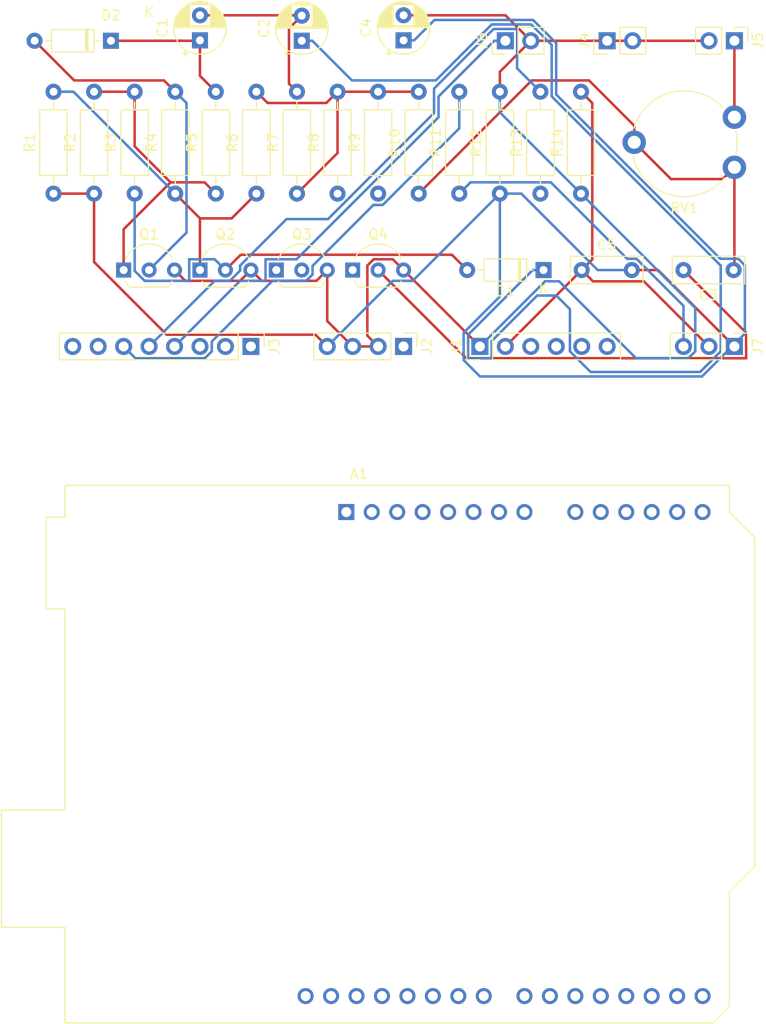
<source format=kicad_pcb>
(kicad_pcb (version 20221018) (generator pcbnew)
  (layers (0 "F.Cu" signal) (31 "B.Cu" signal) (34 "B.Paste" user) (35 "F.Paste" user) (36 "B.SilkS" user "B.Silkscreen") (37 "F.SilkS" user "F.Silkscreen") (38 "B.Mask" user) (39 "F.Mask" user) (44 "Edge.Cuts" user))
  (net 0 "")
  (net 1 "Net-(D2-K)")
  (net 2 "Net-(Q3-C)")
  (net 3 "Net-(D1-K)")
  (net 4 "Net-(C3-Pad1)")
  (net 5 "Net-(Q4-B)")
  (net 6 "VCC")
  (net 7 "GND")
  (net 8 "Net-(J1-Pin_2)")
  (net 9 "Net-(D1-A)")
  (net 10 "Net-(D2-A)")
  (net 11 "Micro")
  (net 12 "Taste")
  (net 13 "Net-(Q2-C)")
  (net 14 "Net-(Q1-C)")
  (net 15 "Net-(Q3-B)")
  (net 16 "Net-(Q4-C)")
  (net 17 "Net-(J7-Pin_3)")
  (net 18 "Net-(J3-Pin_6)")
  (net 19 "DI6")
  (footprint "Potentiometer_THT:Potentiometer_Piher_PT-10-V10_Vertical_Hole" (layer "F.Cu") (at 154.94 73.66 180)
    (fp_text reference "RV1" (at 5 -9.05) (layer "F.SilkS"))
    (fp_text value "10k")
    (pad "" np_thru_hole circle (at 5 -2.65 180) (size 4 4) (drill 4) (layers "*.Cu" "*.Mask"))
    (pad "1" thru_hole circle (at 0 0 180) (size 2.34 2.34) (drill 1.3) (layers "*.Cu" "*.Mask") (net 11 "Micro"))
    (pad "2" thru_hole circle (at 10 -2.5 180) (size 2.34 2.34) (drill 1.3) (layers "*.Cu" "*.Mask") (net 4 "Net-(C3-Pad1)"))
    (pad "3" thru_hole circle (at 0 -5 180) (size 2.34 2.34) (drill 1.3) (layers "*.Cu" "*.Mask") (net 4 "Net-(C3-Pad1)"))
  )
  (footprint "Resistor_THT:R_Axial_DIN0207_L6.3mm_D2.5mm_P10.16mm_Horizontal" (layer "F.Cu") (at 86.98 81.28 90)
    (fp_text reference "R1" (at 5.08 -2.37 90) (layer "F.SilkS"))
    (fp_text value "1k")
    (pad "1" thru_hole circle (at 0 0 90) (size 1.6 1.6) (drill 0.8) (layers "*.Cu" "*.Mask") (net 6 "VCC"))
    (pad "2" thru_hole oval (at 10.16 0 90) (size 1.6 1.6) (drill 0.8) (layers "*.Cu" "*.Mask") (net 13 "Net-(Q2-C)"))
  )
  (footprint "Resistor_THT:R_Axial_DIN0207_L6.3mm_D2.5mm_P10.16mm_Horizontal" (layer "F.Cu") (at 127.48 81.28 90)
    (fp_text reference "R11" (at 5.08 -2.37 90) (layer "F.SilkS"))
    (fp_text value "470")
    (pad "1" thru_hole circle (at 0 0 90) (size 1.6 1.6) (drill 0.8) (layers "*.Cu" "*.Mask") (net 17 "Net-(J7-Pin_3)"))
    (pad "2" thru_hole oval (at 10.16 0 90) (size 1.6 1.6) (drill 0.8) (layers "*.Cu" "*.Mask") (net 18 "Net-(J3-Pin_6)"))
  )
  (footprint "Resistor_THT:R_Axial_DIN0207_L6.3mm_D2.5mm_P10.16mm_Horizontal" (layer "F.Cu") (at 135.58 81.28 90)
    (fp_text reference "R13" (at 5.08 -2.37 90) (layer "F.SilkS"))
    (fp_text value "470")
    (pad "1" thru_hole circle (at 0 0 90) (size 1.6 1.6) (drill 0.8) (layers "*.Cu" "*.Mask") (net 14 "Net-(Q1-C)"))
    (pad "2" thru_hole oval (at 10.16 0 90) (size 1.6 1.6) (drill 0.8) (layers "*.Cu" "*.Mask") (net 19 "DI6"))
  )
  (footprint "Resistor_THT:R_Axial_DIN0207_L6.3mm_D2.5mm_P10.16mm_Horizontal" (layer "F.Cu") (at 103.18 81.28 90)
    (fp_text reference "R5" (at 5.08 -2.37 90) (layer "F.SilkS"))
    (fp_text value "1k")
    (pad "1" thru_hole circle (at 0 0 90) (size 1.6 1.6) (drill 0.8) (layers "*.Cu" "*.Mask") (net 14 "Net-(Q1-C)"))
    (pad "2" thru_hole oval (at 10.16 0 90) (size 1.6 1.6) (drill 0.8) (layers "*.Cu" "*.Mask") (net 1 "Net-(D2-K)"))
  )
  (footprint "Connector_PinHeader_2.54mm:PinHeader_1x03_P2.54mm_Vertical" (layer "F.Cu") (at 154.94 96.52 -90)
    (fp_text reference "J7" (at 0 -2.33 90) (layer "F.SilkS"))
    (fp_text value "03")
    (pad "1" thru_hole rect (at 0 0 270) (size 1.7 1.7) (drill 1) (layers "*.Cu" "*.Mask") (net 6 "VCC"))
    (pad "2" thru_hole oval (at 0 2.54 270) (size 1.7 1.7) (drill 1) (layers "*.Cu" "*.Mask") (net 8 "Net-(J1-Pin_2)"))
    (pad "3" thru_hole oval (at 0 5.08 270) (size 1.7 1.7) (drill 1) (layers "*.Cu" "*.Mask") (net 17 "Net-(J7-Pin_3)"))
  )
  (footprint "Diode_THT:D_DO-35_SOD27_P7.62mm_Horizontal" (layer "F.Cu") (at 135.89 88.9 180)
    (fp_text reference "D1" (at 3.81 -2.12) (layer "F.SilkS"))
    (fp_text value "1N4148")
    (fp_text user "K" (at 0 -1.8) (layer "F.SilkS"))
    (pad "1" thru_hole rect (at 0 0 180) (size 1.6 1.6) (drill 0.8) (layers "*.Cu" "*.Mask") (net 3 "Net-(D1-K)"))
    (pad "2" thru_hole oval (at 7.62 0 180) (size 1.6 1.6) (drill 0.8) (layers "*.Cu" "*.Mask") (net 9 "Net-(D1-A)"))
  )
  (footprint "Resistor_THT:R_Axial_DIN0207_L6.3mm_D2.5mm_P10.16mm_Horizontal" (layer "F.Cu") (at 91.03 81.28 90)
    (fp_text reference "R2" (at 5.08 -2.37 90) (layer "F.SilkS"))
    (fp_text value "1k")
    (pad "1" thru_hole circle (at 0 0 90) (size 1.6 1.6) (drill 0.8) (layers "*.Cu" "*.Mask") (net 6 "VCC"))
    (pad "2" thru_hole oval (at 10.16 0 90) (size 1.6 1.6) (drill 0.8) (layers "*.Cu" "*.Mask") (net 14 "Net-(Q1-C)"))
  )
  (footprint "Package_TO_SOT_THT:TO-92L_Inline_Wide" (layer "F.Cu") (at 93.98 88.9)
    (fp_text reference "Q1" (at 2.54 -3.56) (layer "F.SilkS"))
    (fp_text value "BC547")
    (pad "1" thru_hole rect (at 0 0) (size 1.5 1.5) (drill 0.8) (layers "*.Cu" "*.Mask") (net 14 "Net-(Q1-C)"))
    (pad "2" thru_hole circle (at 2.54 0) (size 1.5 1.5) (drill 0.8) (layers "*.Cu" "*.Mask") (net 10 "Net-(D2-A)"))
    (pad "3" thru_hole circle (at 5.08 0) (size 1.5 1.5) (drill 0.8) (layers "*.Cu" "*.Mask") (net 7 "GND"))
  )
  (footprint "Capacitor_THT:CP_Radial_D5.0mm_P2.50mm" (layer "F.Cu") (at 101.6 66 90)
    (fp_text reference "C1" (at 1.25 -3.75 90) (layer "F.SilkS"))
    (fp_text value "47μF")
    (pad "1" thru_hole rect (at 0 0 90) (size 1.6 1.6) (drill 0.8) (layers "*.Cu" "*.Mask") (net 1 "Net-(D2-K)"))
    (pad "2" thru_hole circle (at 2.5 0 90) (size 1.6 1.6) (drill 0.8) (layers "*.Cu" "*.Mask") (net 2 "Net-(Q3-C)"))
  )
  (footprint "Package_TO_SOT_THT:TO-92L_Inline_Wide" (layer "F.Cu") (at 109.22 88.9)
    (fp_text reference "Q3" (at 2.54 -3.56) (layer "F.SilkS"))
    (fp_text value "BC547")
    (pad "1" thru_hole rect (at 0 0) (size 1.5 1.5) (drill 0.8) (layers "*.Cu" "*.Mask") (net 2 "Net-(Q3-C)"))
    (pad "2" thru_hole circle (at 2.54 0) (size 1.5 1.5) (drill 0.8) (layers "*.Cu" "*.Mask") (net 15 "Net-(Q3-B)"))
    (pad "3" thru_hole circle (at 5.08 0) (size 1.5 1.5) (drill 0.8) (layers "*.Cu" "*.Mask") (net 7 "GND"))
  )
  (footprint "Connector_PinHeader_2.54mm:PinHeader_1x02_P2.54mm_Vertical" (layer "F.Cu") (at 154.94 66.04 -90)
    (fp_text reference "J5" (at 0 -2.33 90) (layer "F.SilkS"))
    (fp_text value "Micro")
    (pad "1" thru_hole rect (at 0 0 270) (size 1.7 1.7) (drill 1) (layers "*.Cu" "*.Mask") (net 11 "Micro"))
    (pad "2" thru_hole oval (at 0 2.54 270) (size 1.7 1.7) (drill 1) (layers "*.Cu" "*.Mask") (net 7 "GND"))
  )
  (footprint "Resistor_THT:R_Axial_DIN0207_L6.3mm_D2.5mm_P10.16mm_Horizontal" (layer "F.Cu") (at 139.63 81.28 90)
    (fp_text reference "R14" (at 5.08 -2.37 90) (layer "F.SilkS"))
    (fp_text value "0,22")
    (pad "1" thru_hole circle (at 0 0 90) (size 1.6 1.6) (drill 0.8) (layers "*.Cu" "*.Mask") (net 7 "GND"))
    (pad "2" thru_hole oval (at 10.16 0 90) (size 1.6 1.6) (drill 0.8) (layers "*.Cu" "*.Mask") (net 8 "Net-(J1-Pin_2)"))
  )
  (footprint "Diode_THT:D_DO-35_SOD27_P7.62mm_Horizontal" (layer "F.Cu") (at 92.71 66.04 180)
    (fp_text reference "D2" (at 0 2.54) (layer "F.SilkS"))
    (fp_text value "1N4148")
    (fp_text user "K" (at -3.81 2.86) (layer "F.SilkS"))
    (pad "1" thru_hole rect (at 0 0 180) (size 1.6 1.6) (drill 0.8) (layers "*.Cu" "*.Mask") (net 1 "Net-(D2-K)"))
    (pad "2" thru_hole oval (at 7.62 0 180) (size 1.6 1.6) (drill 0.8) (layers "*.Cu" "*.Mask") (net 10 "Net-(D2-A)"))
  )
  (footprint "Connector_PinHeader_2.54mm:PinHeader_1x08_P2.54mm_Vertical" (layer "F.Cu") (at 106.68 96.52 -90)
    (fp_text reference "J3" (at 0 -2.33 90) (layer "F.SilkS"))
    (fp_text value "DIGITAL")
    (pad "1" thru_hole rect (at 0 0 270) (size 1.7 1.7) (drill 1) (layers "*.Cu" "*.Mask"))
    (pad "2" thru_hole oval (at 0 2.54 270) (size 1.7 1.7) (drill 1) (layers "*.Cu" "*.Mask"))
    (pad "3" thru_hole oval (at 0 5.08 270) (size 1.7 1.7) (drill 1) (layers "*.Cu" "*.Mask"))
    (pad "4" thru_hole oval (at 0 7.62 270) (size 1.7 1.7) (drill 1) (layers "*.Cu" "*.Mask") (net 12 "Taste"))
    (pad "5" thru_hole oval (at 0 10.16 270) (size 1.7 1.7) (drill 1) (layers "*.Cu" "*.Mask") (net 19 "DI6"))
    (pad "6" thru_hole oval (at 0 12.7 270) (size 1.7 1.7) (drill 1) (layers "*.Cu" "*.Mask") (net 18 "Net-(J3-Pin_6)"))
    (pad "7" thru_hole oval (at 0 15.24 270) (size 1.7 1.7) (drill 1) (layers "*.Cu" "*.Mask"))
    (pad "8" thru_hole oval (at 0 17.78 270) (size 1.7 1.7) (drill 1) (layers "*.Cu" "*.Mask"))
  )
  (footprint "Connector_PinHeader_2.54mm:PinHeader_1x02_P2.54mm_Vertical" (layer "F.Cu") (at 142.24 66.04 90)
    (fp_text reference "J4" (at 0 -2.33 90) (layer "F.SilkS"))
    (fp_text value "LDR")
    (pad "1" thru_hole rect (at 0 0 90) (size 1.7 1.7) (drill 1) (layers "*.Cu" "*.Mask") (net 7 "GND"))
    (pad "2" thru_hole oval (at 0 2.54 90) (size 1.7 1.7) (drill 1) (layers "*.Cu" "*.Mask") (net 7 "GND"))
  )
  (footprint "Package_TO_SOT_THT:TO-92L_Inline_Wide" (layer "F.Cu") (at 116.84 88.9)
    (fp_text reference "Q4" (at 2.54 -3.56) (layer "F.SilkS"))
    (fp_text value "BC547")
    (pad "1" thru_hole rect (at 0 0) (size 1.5 1.5) (drill 0.8) (layers "*.Cu" "*.Mask") (net 16 "Net-(Q4-C)"))
    (pad "2" thru_hole circle (at 2.54 0) (size 1.5 1.5) (drill 0.8) (layers "*.Cu" "*.Mask") (net 5 "Net-(Q4-B)"))
    (pad "3" thru_hole circle (at 5.08 0) (size 1.5 1.5) (drill 0.8) (layers "*.Cu" "*.Mask") (net 7 "GND"))
  )
  (footprint "Connector_PinHeader_2.54mm:PinHeader_1x04_P2.54mm_Vertical" (layer "F.Cu") (at 121.92 96.52 -90)
    (fp_text reference "J2" (at 0 -2.33 90) (layer "F.SilkS"))
    (fp_text value "Power")
    (pad "1" thru_hole rect (at 0 0 270) (size 1.7 1.7) (drill 1) (layers "*.Cu" "*.Mask"))
    (pad "2" thru_hole oval (at 0 2.54 270) (size 1.7 1.7) (drill 1) (layers "*.Cu" "*.Mask") (net 7 "GND"))
    (pad "3" thru_hole oval (at 0 5.08 270) (size 1.7 1.7) (drill 1) (layers "*.Cu" "*.Mask") (net 7 "GND"))
    (pad "4" thru_hole oval (at 0 7.62 270) (size 1.7 1.7) (drill 1) (layers "*.Cu" "*.Mask") (net 6 "VCC"))
  )
  (footprint "Connector_PinHeader_2.54mm:PinHeader_1x06_P2.54mm_Vertical" (layer "F.Cu") (at 129.54 96.52 90)
    (fp_text reference "J1" (at 0 -2.33 90) (layer "F.SilkS"))
    (fp_text value "Analog IN")
    (pad "1" thru_hole rect (at 0 0 90) (size 1.7 1.7) (drill 1) (layers "*.Cu" "*.Mask") (net 7 "GND"))
    (pad "2" thru_hole oval (at 0 2.54 90) (size 1.7 1.7) (drill 1) (layers "*.Cu" "*.Mask") (net 8 "Net-(J1-Pin_2)"))
    (pad "3" thru_hole oval (at 0 5.08 90) (size 1.7 1.7) (drill 1) (layers "*.Cu" "*.Mask"))
    (pad "4" thru_hole oval (at 0 7.62 90) (size 1.7 1.7) (drill 1) (layers "*.Cu" "*.Mask"))
    (pad "5" thru_hole oval (at 0 10.16 90) (size 1.7 1.7) (drill 1) (layers "*.Cu" "*.Mask"))
    (pad "6" thru_hole oval (at 0 12.7 90) (size 1.7 1.7) (drill 1) (layers "*.Cu" "*.Mask"))
  )
  (footprint "Resistor_THT:R_Axial_DIN0207_L6.3mm_D2.5mm_P10.16mm_Horizontal" (layer "F.Cu") (at 115.33 81.28 90)
    (fp_text reference "R8" (at 5.08 -2.37 90) (layer "F.SilkS"))
    (fp_text value "4k7")
    (pad "1" thru_hole circle (at 0 0 90) (size 1.6 1.6) (drill 0.8) (layers "*.Cu" "*.Mask") (net 16 "Net-(Q4-C)"))
    (pad "2" thru_hole oval (at 10.16 0 90) (size 1.6 1.6) (drill 0.8) (layers "*.Cu" "*.Mask") (net 15 "Net-(Q3-B)"))
  )
  (footprint "Capacitor_THT:C_Disc_D7.0mm_W2.5mm_P5.00mm" (layer "F.Cu") (at 154.86 88.9 180)
    (fp_text reference "C3" (at 2.5 -2.5) (layer "F.SilkS"))
    (fp_text value "100NF")
    (pad "1" thru_hole circle (at 0 0 180) (size 1.6 1.6) (drill 0.8) (layers "*.Cu" "*.Mask") (net 4 "Net-(C3-Pad1)"))
    (pad "2" thru_hole circle (at 5 0 180) (size 1.6 1.6) (drill 0.8) (layers "*.Cu" "*.Mask") (net 5 "Net-(Q4-B)"))
  )
  (footprint "Capacitor_THT:CP_Radial_D5.0mm_P2.50mm" (layer "F.Cu") (at 121.92 66 90)
    (fp_text reference "C4" (at 1.25 -3.75 90) (layer "F.SilkS"))
    (fp_text value "47μF")
    (pad "1" thru_hole rect (at 0 0 90) (size 1.6 1.6) (drill 0.8) (layers "*.Cu" "*.Mask") (net 6 "VCC"))
    (pad "2" thru_hole circle (at 2.5 0 90) (size 1.6 1.6) (drill 0.8) (layers "*.Cu" "*.Mask") (net 7 "GND"))
  )
  (footprint "Module:Arduino_UNO_R2" (layer "F.Cu") (at 116.205 113.03)
    (fp_text reference "A1" (at 1.27 -3.81 180) (layer "F.SilkS"))
    (fp_text value "Arduino_UNO_R2")
    (pad "1" thru_hole rect (at 0 0 90) (size 1.6 1.6) (drill 1) (layers "*.Cu" "*.Mask"))
    (pad "2" thru_hole oval (at 2.54 0 90) (size 1.6 1.6) (drill 1) (layers "*.Cu" "*.Mask"))
    (pad "3" thru_hole oval (at 5.08 0 90) (size 1.6 1.6) (drill 1) (layers "*.Cu" "*.Mask"))
    (pad "4" thru_hole oval (at 7.62 0 90) (size 1.6 1.6) (drill 1) (layers "*.Cu" "*.Mask"))
    (pad "5" thru_hole oval (at 10.16 0 90) (size 1.6 1.6) (drill 1) (layers "*.Cu" "*.Mask"))
    (pad "6" thru_hole oval (at 12.7 0 90) (size 1.6 1.6) (drill 1) (layers "*.Cu" "*.Mask"))
    (pad "7" thru_hole oval (at 15.24 0 90) (size 1.6 1.6) (drill 1) (layers "*.Cu" "*.Mask"))
    (pad "8" thru_hole oval (at 17.78 0 90) (size 1.6 1.6) (drill 1) (layers "*.Cu" "*.Mask"))
    (pad "9" thru_hole oval (at 22.86 0 90) (size 1.6 1.6) (drill 1) (layers "*.Cu" "*.Mask"))
    (pad "10" thru_hole oval (at 25.4 0 90) (size 1.6 1.6) (drill 1) (layers "*.Cu" "*.Mask"))
    (pad "11" thru_hole oval (at 27.94 0 90) (size 1.6 1.6) (drill 1) (layers "*.Cu" "*.Mask"))
    (pad "12" thru_hole oval (at 30.48 0 90) (size 1.6 1.6) (drill 1) (layers "*.Cu" "*.Mask"))
    (pad "13" thru_hole oval (at 33.02 0 90) (size 1.6 1.6) (drill 1) (layers "*.Cu" "*.Mask"))
    (pad "14" thru_hole oval (at 35.56 0 90) (size 1.6 1.6) (drill 1) (layers "*.Cu" "*.Mask"))
    (pad "15" thru_hole oval (at 35.56 48.26 90) (size 1.6 1.6) (drill 1) (layers "*.Cu" "*.Mask"))
    (pad "16" thru_hole oval (at 33.02 48.26 90) (size 1.6 1.6) (drill 1) (layers "*.Cu" "*.Mask"))
    (pad "17" thru_hole oval (at 30.48 48.26 90) (size 1.6 1.6) (drill 1) (layers "*.Cu" "*.Mask"))
    (pad "18" thru_hole oval (at 27.94 48.26 90) (size 1.6 1.6) (drill 1) (layers "*.Cu" "*.Mask"))
    (pad "19" thru_hole oval (at 25.4 48.26 90) (size 1.6 1.6) (drill 1) (layers "*.Cu" "*.Mask"))
    (pad "20" thru_hole oval (at 22.86 48.26 90) (size 1.6 1.6) (drill 1) (layers "*.Cu" "*.Mask"))
    (pad "21" thru_hole oval (at 20.32 48.26 90) (size 1.6 1.6) (drill 1) (layers "*.Cu" "*.Mask"))
    (pad "22" thru_hole oval (at 17.78 48.26 90) (size 1.6 1.6) (drill 1) (layers "*.Cu" "*.Mask"))
    (pad "23" thru_hole oval (at 13.72 48.26 90) (size 1.6 1.6) (drill 1) (layers "*.Cu" "*.Mask"))
    (pad "24" thru_hole oval (at 11.18 48.26 90) (size 1.6 1.6) (drill 1) (layers "*.Cu" "*.Mask"))
    (pad "25" thru_hole oval (at 8.64 48.26 90) (size 1.6 1.6) (drill 1) (layers "*.Cu" "*.Mask"))
    (pad "26" thru_hole oval (at 6.1 48.26 90) (size 1.6 1.6) (drill 1) (layers "*.Cu" "*.Mask"))
    (pad "27" thru_hole oval (at 3.56 48.26 90) (size 1.6 1.6) (drill 1) (layers "*.Cu" "*.Mask"))
    (pad "28" thru_hole oval (at 1.02 48.26 90) (size 1.6 1.6) (drill 1) (layers "*.Cu" "*.Mask"))
    (pad "29" thru_hole oval (at -1.52 48.26 90) (size 1.6 1.6) (drill 1) (layers "*.Cu" "*.Mask"))
    (pad "30" thru_hole oval (at -4.06 48.26 90) (size 1.6 1.6) (drill 1) (layers "*.Cu" "*.Mask"))
  )
  (footprint "Package_TO_SOT_THT:TO-92L_Inline_Wide" (layer "F.Cu") (at 101.6 88.9)
    (fp_text reference "Q2" (at 2.54 -3.56) (layer "F.SilkS"))
    (fp_text value "BC547")
    (pad "1" thru_hole rect (at 0 0) (size 1.5 1.5) (drill 0.8) (layers "*.Cu" "*.Mask") (net 13 "Net-(Q2-C)"))
    (pad "2" thru_hole circle (at 2.54 0) (size 1.5 1.5) (drill 0.8) (layers "*.Cu" "*.Mask") (net 9 "Net-(D1-A)"))
    (pad "3" thru_hole circle (at 5.08 0) (size 1.5 1.5) (drill 0.8) (layers "*.Cu" "*.Mask") (net 7 "GND"))
  )
  (footprint "Resistor_THT:R_Axial_DIN0207_L6.3mm_D2.5mm_P10.16mm_Horizontal" (layer "F.Cu") (at 99.13 81.28 90)
    (fp_text reference "R4" (at 5.08 -2.37 90) (layer "F.SilkS"))
    (fp_text value "22k")
    (pad "1" thru_hole circle (at 0 0 90) (size 1.6 1.6) (drill 0.8) (layers "*.Cu" "*.Mask") (net 13 "Net-(Q2-C)"))
    (pad "2" thru_hole oval (at 10.16 0 90) (size 1.6 1.6) (drill 0.8) (layers "*.Cu" "*.Mask") (net 10 "Net-(D2-A)"))
  )
  (footprint "Capacitor_THT:CP_Radial_D5.0mm_P2.50mm" (layer "F.Cu") (at 111.76 66.04 90)
    (fp_text reference "C2" (at 1.25 -3.75 90) (layer "F.SilkS"))
    (fp_text value "47μF")
    (pad "1" thru_hole rect (at 0 0 90) (size 1.6 1.6) (drill 0.8) (layers "*.Cu" "*.Mask") (net 3 "Net-(D1-K)"))
    (pad "2" thru_hole circle (at 2.5 0 90) (size 1.6 1.6) (drill 0.8) (layers "*.Cu" "*.Mask") (net 2 "Net-(Q3-C)"))
  )
  (footprint "Resistor_THT:R_Axial_DIN0207_L6.3mm_D2.5mm_P10.16mm_Horizontal" (layer "F.Cu") (at 119.38 81.28 90)
    (fp_text reference "R9" (at 5.08 -2.37 90) (layer "F.SilkS"))
    (fp_text value "160k")
    (pad "1" thru_hole circle (at 0 0 90) (size 1.6 1.6) (drill 0.8) (layers "*.Cu" "*.Mask") (net 5 "Net-(Q4-B)"))
    (pad "2" thru_hole oval (at 10.16 0 90) (size 1.6 1.6) (drill 0.8) (layers "*.Cu" "*.Mask") (net 15 "Net-(Q3-B)"))
  )
  (footprint "Connector_PinHeader_2.54mm:PinHeader_1x02_P2.54mm_Vertical" (layer "F.Cu") (at 132.08 66.04 90)
    (fp_text reference "J6" (at 0 -2.33 90) (layer "F.SilkS"))
    (fp_text value "Taste")
    (pad "1" thru_hole rect (at 0 0 90) (size 1.7 1.7) (drill 1) (layers "*.Cu" "*.Mask") (net 12 "Taste"))
    (pad "2" thru_hole oval (at 0 2.54 90) (size 1.7 1.7) (drill 1) (layers "*.Cu" "*.Mask") (net 7 "GND"))
  )
  (footprint "Resistor_THT:R_Axial_DIN0207_L6.3mm_D2.5mm_P10.16mm_Horizontal" (layer "F.Cu") (at 95.08 81.28 90)
    (fp_text reference "R3" (at 5.08 -2.37 90) (layer "F.SilkS"))
    (fp_text value "22k")
    (pad "1" thru_hole circle (at 0 0 90) (size 1.6 1.6) (drill 0.8) (layers "*.Cu" "*.Mask") (net 9 "Net-(D1-A)"))
    (pad "2" thru_hole oval (at 10.16 0 90) (size 1.6 1.6) (drill 0.8) (layers "*.Cu" "*.Mask") (net 14 "Net-(Q1-C)"))
  )
  (footprint "Resistor_THT:R_Axial_DIN0207_L6.3mm_D2.5mm_P10.16mm_Horizontal" (layer "F.Cu") (at 131.53 81.28 90)
    (fp_text reference "R12" (at 5.08 -2.37 90) (layer "F.SilkS"))
    (fp_text value "10k")
    (pad "1" thru_hole circle (at 0 0 90) (size 1.6 1.6) (drill 0.8) (layers "*.Cu" "*.Mask") (net 6 "VCC"))
    (pad "2" thru_hole oval (at 10.16 0 90) (size 1.6 1.6) (drill 0.8) (layers "*.Cu" "*.Mask") (net 7 "GND"))
  )
  (footprint "Resistor_THT:R_Axial_DIN0207_L6.3mm_D2.5mm_P10.16mm_Horizontal" (layer "F.Cu") (at 107.23 81.28 90)
    (fp_text reference "R6" (at 5.08 -2.37 90) (layer "F.SilkS"))
    (fp_text value "1k")
    (pad "1" thru_hole circle (at 0 0 90) (size 1.6 1.6) (drill 0.8) (layers "*.Cu" "*.Mask") (net 13 "Net-(Q2-C)"))
    (pad "2" thru_hole oval (at 10.16 0 90) (size 1.6 1.6) (drill 0.8) (layers "*.Cu" "*.Mask") (net 15 "Net-(Q3-B)"))
  )
  (footprint "Capacitor_THT:C_Disc_D7.0mm_W2.5mm_P5.00mm" (layer "F.Cu") (at 139.7 88.9)
    (fp_text reference "C5" (at 2.5 -2.5) (layer "F.SilkS"))
    (fp_text value "100NF")
    (pad "1" thru_hole circle (at 0 0) (size 1.6 1.6) (drill 0.8) (layers "*.Cu" "*.Mask") (net 8 "Net-(J1-Pin_2)"))
    (pad "2" thru_hole circle (at 5 0) (size 1.6 1.6) (drill 0.8) (layers "*.Cu" "*.Mask") (net 6 "VCC"))
  )
  (footprint "Resistor_THT:R_Axial_DIN0207_L6.3mm_D2.5mm_P10.16mm_Horizontal" (layer "F.Cu") (at 111.28 81.28 90)
    (fp_text reference "R7" (at 5.08 -2.37 90) (layer "F.SilkS"))
    (fp_text value "10k")
    (pad "1" thru_hole circle (at 0 0 90) (size 1.6 1.6) (drill 0.8) (layers "*.Cu" "*.Mask") (net 15 "Net-(Q3-B)"))
    (pad "2" thru_hole oval (at 10.16 0 90) (size 1.6 1.6) (drill 0.8) (layers "*.Cu" "*.Mask") (net 2 "Net-(Q3-C)"))
  )
  (footprint "Resistor_THT:R_Axial_DIN0207_L6.3mm_D2.5mm_P10.16mm_Horizontal" (layer "F.Cu") (at 123.43 81.28 90)
    (fp_text reference "R10" (at 5.08 -2.37 90) (layer "F.SilkS"))
    (fp_text value "10k")
    (pad "1" thru_hole circle (at 0 0 90) (size 1.6 1.6) (drill 0.8) (layers "*.Cu" "*.Mask") (net 4 "Net-(C3-Pad1)"))
    (pad "2" thru_hole oval (at 10.16 0 90) (size 1.6 1.6) (drill 0.8) (layers "*.Cu" "*.Mask") (net 15 "Net-(Q3-B)"))
  )
  (segment (start 101.6 66) (end 101.6 69.54) (width 0.25) (layer "F.Cu") (net 1))
  (segment (start 101.56 66.04) (end 101.6 66) (width 0.25) (layer "F.Cu") (net 1))
  (segment (start 92.71 66.04) (end 101.56 66.04) (width 0.25) (layer "F.Cu") (net 1))
  (segment (start 101.6 69.54) (end 103.18 71.12) (width 0.25) (layer "F.Cu") (net 1))
  (segment (start 110.480001 70.320001) (end 110.480001 64.819999) (width 0.25) (layer "F.Cu") (net 2))
  (segment (start 111.72 63.5) (end 111.76 63.54) (width 0.25) (layer "F.Cu") (net 2))
  (segment (start 110.480001 64.819999) (end 111.76 63.54) (width 0.25) (layer "F.Cu") (net 2))
  (segment (start 111.28 71.12) (end 110.480001 70.320001) (width 0.25) (layer "F.Cu") (net 2))
  (segment (start 101.6 63.5) (end 111.72 63.5) (width 0.25) (layer "F.Cu") (net 2))
  (segment (start 125.138604 69.995) (end 130.718604 64.415) (width 0.25) (layer "B.Cu") (net 3))
  (segment (start 151.521701 99.06) (end 140.578299 99.06) (width 0.25) (layer "B.Cu") (net 3))
  (segment (start 153.575 97.006701) (end 151.521701 99.06) (width 0.25) (layer "B.Cu") (net 3))
  (segment (start 116.765 69.995) (end 125.138604 69.995) (width 0.25) (layer "B.Cu") (net 3))
  (segment (start 130.715 95.981396) (end 130.715 97.695) (width 0.25) (layer "B.Cu") (net 3))
  (segment (start 130.718604 64.415) (end 134.656701 64.415) (width 0.25) (layer "B.Cu") (net 3))
  (segment (start 153.575 88.455991) (end 153.575 97.006701) (width 0.25) (layer "B.Cu") (net 3))
  (segment (start 112.81 66.04) (end 116.765 69.995) (width 0.25) (layer "B.Cu") (net 3))
  (segment (start 136.705 66.463299) (end 136.705 71.585991) (width 0.25) (layer "B.Cu") (net 3))
  (segment (start 134.656701 64.415) (end 136.705 66.463299) (width 0.25) (layer "B.Cu") (net 3))
  (segment (start 137.16 91.44) (end 135.256396 91.44) (width 0.25) (layer "B.Cu") (net 3))
  (segment (start 140.578299 99.06) (end 138.525 97.006701) (width 0.25) (layer "B.Cu") (net 3))
  (segment (start 138.525 92.805) (end 137.16 91.44) (width 0.25) (layer "B.Cu") (net 3))
  (segment (start 138.525 97.006701) (end 138.525 92.805) (width 0.25) (layer "B.Cu") (net 3))
  (segment (start 111.76 66.04) (end 112.81 66.04) (width 0.25) (layer "B.Cu") (net 3))
  (segment (start 128.365 97.695) (end 128.365 95.345) (width 0.25) (layer "B.Cu") (net 3))
  (segment (start 134.81 88.9) (end 135.89 88.9) (width 0.25) (layer "B.Cu") (net 3))
  (segment (start 136.705 71.585991) (end 153.575 88.455991) (width 0.25) (layer "B.Cu") (net 3))
  (segment (start 130.715 97.695) (end 128.365 97.695) (width 0.25) (layer "B.Cu") (net 3))
  (segment (start 135.256396 91.44) (end 130.715 95.981396) (width 0.25) (layer "B.Cu") (net 3))
  (segment (start 128.365 95.345) (end 134.81 88.9) (width 0.25) (layer "B.Cu") (net 3))
  (segment (start 144.94 74.505371) (end 140.429629 69.995) (width 0.25) (layer "F.Cu") (net 4))
  (segment (start 154.94 78.66) (end 154.94 88.82) (width 0.25) (layer "F.Cu") (net 4))
  (segment (start 134.715 69.995) (end 123.43 81.28) (width 0.25) (layer "F.Cu") (net 4))
  (segment (start 148.609999 79.829999) (end 144.94 76.16) (width 0.25) (layer "F.Cu") (net 4))
  (segment (start 144.94 76.16) (end 144.94 74.505371) (width 0.25) (layer "F.Cu") (net 4))
  (segment (start 140.429629 69.995) (end 134.715 69.995) (width 0.25) (layer "F.Cu") (net 4))
  (segment (start 153.770001 79.829999) (end 148.609999 79.829999) (width 0.25) (layer "F.Cu") (net 4))
  (segment (start 154.94 78.66) (end 153.770001 79.829999) (width 0.25) (layer "F.Cu") (net 4))
  (segment (start 154.94 88.82) (end 154.86 88.9) (width 0.25) (layer "F.Cu") (net 4))
  (segment (start 149.86 88.9) (end 156.115 95.155) (width 0.25) (layer "F.Cu") (net 5))
  (segment (start 128.175 97.695) (end 119.38 88.9) (width 0.25) (layer "F.Cu") (net 5))
  (segment (start 156.115 97.695) (end 128.175 97.695) (width 0.25) (layer "F.Cu") (net 5))
  (segment (start 156.115 95.155) (end 156.115 97.695) (width 0.25) (layer "F.Cu") (net 5))
  (segment (start 86.98 81.28) (end 91.03 81.28) (width 0.25) (layer "F.Cu") (net 6))
  (segment (start 113.125 95.345) (end 114.3 96.52) (width 0.25) (layer "F.Cu") (net 6))
  (segment (start 98.275 95.345) (end 113.125 95.345) (width 0.25) (layer "F.Cu") (net 6))
  (segment (start 154.94 96.52) (end 147.32 88.9) (width 0.25) (layer "F.Cu") (net 6))
  (segment (start 91.03 88.1) (end 98.275 95.345) (width 0.25) (layer "F.Cu") (net 6))
  (segment (start 91.03 81.28) (end 91.03 88.1) (width 0.25) (layer "F.Cu") (net 6))
  (segment (start 147.32 88.9) (end 144.7 88.9) (width 0.25) (layer "F.Cu") (net 6))
  (segment (start 129.543604 99.51) (end 127.915 97.881396) (width 0.25) (layer "B.Cu") (net 6))
  (segment (start 137.155 66.276903) (end 137.155 71.399595) (width 0.25) (layer "B.Cu") (net 6))
  (segment (start 131.53 81.28) (end 133.670991 81.28) (width 0.25) (layer "B.Cu") (net 6))
  (segment (start 134.843097 63.965) (end 137.155 66.276903) (width 0.25) (layer "B.Cu") (net 6))
  (segment (start 127.915 95.158604) (end 131.53 91.543604) (width 0.25) (layer "B.Cu") (net 6))
  (segment (start 155.985 88.434009) (end 155.985 95.233097) (width 0.25) (layer "B.Cu") (net 6))
  (segment (start 121.92 66) (end 122.97 66) (width 0.25) (layer "B.Cu") (net 6))
  (segment (start 137.155 71.399595) (end 153.530405 87.775) (width 0.25) (layer "B.Cu") (net 6))
  (segment (start 131.53 91.543604) (end 131.53 81.28) (width 0.25) (layer "B.Cu") (net 6))
  (segment (start 122.97 66) (end 125.005 63.965) (width 0.25) (layer "B.Cu") (net 6))
  (segment (start 155.325991 87.775) (end 155.985 88.434009) (width 0.25) (layer "B.Cu") (net 6))
  (segment (start 125.005 63.965) (end 134.843097 63.965) (width 0.25) (layer "B.Cu") (net 6))
  (segment (start 127.915 97.881396) (end 127.915 95.158604) (width 0.25) (layer "B.Cu") (net 6))
  (segment (start 120.845 89.975) (end 114.3 96.52) (width 0.25) (layer "B.Cu") (net 6))
  (segment (start 153.530405 87.775) (end 155.325991 87.775) (width 0.25) (layer "B.Cu") (net 6))
  (segment (start 155.985 95.233097) (end 151.708097 99.51) (width 0.25) (layer "B.Cu") (net 6))
  (segment (start 131.53 81.28) (end 122.835 89.975) (width 0.25) (layer "B.Cu") (net 6))
  (segment (start 151.708097 99.51) (end 129.543604 99.51) (width 0.25) (layer "B.Cu") (net 6))
  (segment (start 122.835 89.975) (end 120.845 89.975) (width 0.25) (layer "B.Cu") (net 6))
  (segment (start 133.670991 81.28) (end 141.290991 88.9) (width 0.25) (layer "B.Cu") (net 6))
  (segment (start 141.290991 88.9) (end 144.7 88.9) (width 0.25) (layer "B.Cu") (net 6))
  (segment (start 121.92 63.5) (end 132.08 63.5) (width 0.25) (layer "F.Cu") (net 7))
  (segment (start 107.755 89.975) (end 106.68 88.9) (width 0.25) (layer "F.Cu") (net 7))
  (segment (start 119.38 96.52) (end 116.84 96.52) (width 0.25) (layer "F.Cu") (net 7))
  (segment (start 129.54 96.52) (end 121.92 88.9) (width 0.25) (layer "F.Cu") (net 7))
  (segment (start 116.84 96.52) (end 114.3 93.98) (width 0.25) (layer "F.Cu") (net 7))
  (segment (start 134.62 66.04) (end 142.24 66.04) (width 0.25) (layer "F.Cu") (net 7))
  (segment (start 113.225 89.975) (end 107.755 89.975) (width 0.25) (layer "F.Cu") (net 7))
  (segment (start 132.08 63.5) (end 134.62 66.04) (width 0.25) (layer "F.Cu") (net 7))
  (segment (start 142.24 66.04) (end 144.78 66.04) (width 0.25) (layer "F.Cu") (net 7))
  (segment (start 118.93472 87.825) (end 120.845 87.825) (width 0.25) (layer "F.Cu") (net 7))
  (segment (start 118.305 88.45472) (end 118.93472 87.825) (width 0.25) (layer "F.Cu") (net 7))
  (segment (start 131.53 69.13) (end 131.53 71.12) (width 0.25) (layer "F.Cu") (net 7))
  (segment (start 114.3 88.9) (end 113.225 89.975) (width 0.25) (layer "F.Cu") (net 7))
  (segment (start 100.135 89.975) (end 99.06 88.9) (width 0.25) (layer "F.Cu") (net 7))
  (segment (start 134.62 66.04) (end 131.53 69.13) (width 0.25) (layer "F.Cu") (net 7))
  (segment (start 119.38 96.52) (end 118.305 95.445) (width 0.25) (layer "F.Cu") (net 7))
  (segment (start 106.68 88.9) (end 105.605 89.975) (width 0.25) (layer "F.Cu") (net 7))
  (segment (start 105.605 89.975) (end 100.135 89.975) (width 0.25) (layer "F.Cu") (net 7))
  (segment (start 144.78 66.04) (end 152.4 66.04) (width 0.25) (layer "F.Cu") (net 7))
  (segment (start 120.845 87.825) (end 121.92 88.9) (width 0.25) (layer "F.Cu") (net 7))
  (segment (start 114.3 93.98) (end 114.3 88.9) (width 0.25) (layer "F.Cu") (net 7))
  (segment (start 118.305 95.445) (end 118.305 88.45472) (width 0.25) (layer "F.Cu") (net 7))
  (segment (start 136.035 90.025) (end 137.45 90.025) (width 0.25) (layer "B.Cu") (net 7))
  (segment (start 137.45 90.025) (end 145.12 97.695) (width 0.25) (layer "B.Cu") (net 7))
  (segment (start 151.035 97.006701) (end 151.035 92.685) (width 0.25) (layer "B.Cu") (net 7))
  (segment (start 145.12 97.695) (end 150.346701 97.695) (width 0.25) (layer "B.Cu") (net 7))
  (segment (start 131.53 71.12) (end 131.53 73.18) (width 0.25) (layer "B.Cu") (net 7))
  (segment (start 129.54 96.52) (end 136.035 90.025) (width 0.25) (layer "B.Cu") (net 7))
  (segment (start 131.53 73.18) (end 139.63 81.28) (width 0.25) (layer "B.Cu") (net 7))
  (segment (start 151.035 92.685) (end 139.63 81.28) (width 0.25) (layer "B.Cu") (net 7))
  (segment (start 150.346701 97.695) (end 151.035 97.006701) (width 0.25) (layer "B.Cu") (net 7))
  (segment (start 145.905 90.025) (end 140.825 90.025) (width 0.25) (layer "F.Cu") (net 8))
  (segment (start 132.08 96.52) (end 139.7 88.9) (width 0.25) (layer "F.Cu") (net 8))
  (segment (start 140.755 87.845) (end 139.7 88.9) (width 0.25) (layer "F.Cu") (net 8))
  (segment (start 152.4 96.52) (end 145.905 90.025) (width 0.25) (layer "F.Cu") (net 8))
  (segment (start 140.825 90.025) (end 139.7 88.9) (width 0.25) (layer "F.Cu") (net 8))
  (segment (start 140.755 72.245) (end 140.755 87.845) (width 0.25) (layer "F.Cu") (net 8))
  (segment (start 139.63 71.12) (end 140.755 72.245) (width 0.25) (layer "F.Cu") (net 8))
  (segment (start 105.665 87.375) (end 104.14 88.9) (width 0.25) (layer "F.Cu") (net 9))
  (segment (start 128.27 88.9) (end 126.745 87.375) (width 0.25) (layer "F.Cu") (net 9))
  (segment (start 126.745 87.375) (end 105.665 87.375) (width 0.25) (layer "F.Cu") (net 9))
  (segment (start 103.065 87.825) (end 104.14 88.9) (width 0.25) (layer "B.Cu") (net 9))
  (segment (start 100.525 87.825) (end 103.065 87.825) (width 0.25) (layer "B.Cu") (net 9))
  (segment (start 100.525 89.975) (end 100.525 87.825) (width 0.25) (layer "B.Cu") (net 9))
  (segment (start 95.08 81.28) (end 95.08 88.98028) (width 0.25) (layer "B.Cu") (net 9))
  (segment (start 95.08 88.98028) (end 96.07472 89.975) (width 0.25) (layer "B.Cu") (net 9))
  (segment (start 96.07472 89.975) (end 100.525 89.975) (width 0.25) (layer "B.Cu") (net 9))
  (segment (start 98.005 69.995) (end 99.13 71.12) (width 0.25) (layer "F.Cu") (net 10))
  (segment (start 85.09 66.04) (end 89.045 69.995) (width 0.25) (layer "F.Cu") (net 10))
  (segment (start 89.045 69.995) (end 98.005 69.995) (width 0.25) (layer "F.Cu") (net 10))
  (segment (start 100.255 85.165) (end 96.52 88.9) (width 0.25) (layer "B.Cu") (net 10))
  (segment (start 99.13 71.12) (end 100.255 72.245) (width 0.25) (layer "B.Cu") (net 10))
  (segment (start 100.255 72.245) (end 100.255 85.165) (width 0.25) (layer "B.Cu") (net 10))
  (segment (start 154.94 66.04) (end 154.94 73.66) (width 0.25) (layer "F.Cu") (net 11))
  (segment (start 99.06 96.52) (end 105.605 89.975) (width 0.25) (layer "B.Cu") (net 12))
  (segment (start 111.244009 87.825) (end 125.409009 73.66) (width 0.25) (layer "B.Cu") (net 12))
  (segment (start 125.409009 73.66) (end 125.409009 71.6) (width 0.25) (layer "B.Cu") (net 12))
  (segment (start 105.605 89.975) (end 108.145 89.975) (width 0.25) (layer "B.Cu") (net 12))
  (segment (start 108.145 87.825) (end 111.244009 87.825) (width 0.25) (layer "B.Cu") (net 12))
  (segment (start 108.145 89.975) (end 108.145 87.825) (width 0.25) (layer "B.Cu") (net 12))
  (segment (start 130.969009 66.04) (end 132.08 66.04) (width 0.25) (layer "B.Cu") (net 12))
  (segment (start 125.409009 71.6) (end 130.969009 66.04) (width 0.25) (layer "B.Cu") (net 12))
  (segment (start 101.6 88.9) (end 101.6 83.75) (width 0.25) (layer "F.Cu") (net 13))
  (segment (start 104.76 83.75) (end 101.6 83.75) (width 0.25) (layer "F.Cu") (net 13))
  (segment (start 101.6 83.75) (end 99.13 81.28) (width 0.25) (layer "F.Cu") (net 13))
  (segment (start 107.23 81.28) (end 104.76 83.75) (width 0.25) (layer "F.Cu") (net 13))
  (segment (start 86.98 71.12) (end 88.97 71.12) (width 0.25) (layer "B.Cu") (net 13))
  (segment (start 88.97 71.12) (end 99.13 81.28) (width 0.25) (layer "B.Cu") (net 13))
  (segment (start 98.664009 80.155) (end 102.055 80.155) (width 0.25) (layer "F.Cu") (net 14))
  (segment (start 95.08 71.12) (end 95.08 76.570991) (width 0.25) (layer "F.Cu") (net 14))
  (segment (start 91.03 71.12) (end 95.08 71.12) (width 0.25) (layer "F.Cu") (net 14))
  (segment (start 93.98 88.9) (end 93.98 84.839009) (width 0.25) (layer "F.Cu") (net 14))
  (segment (start 95.08 76.570991) (end 98.664009 80.155) (width 0.25) (layer "F.Cu") (net 14))
  (segment (start 93.98 84.839009) (end 98.664009 80.155) (width 0.25) (layer "F.Cu") (net 14))
  (segment (start 102.055 80.155) (end 103.18 81.28) (width 0.25) (layer "F.Cu") (net 14))
  (segment (start 123.43 71.12) (end 119.38 71.12) (width 0.25) (layer "F.Cu") (net 15))
  (segment (start 115.33 71.12) (end 114.205 72.245) (width 0.25) (layer "F.Cu") (net 15))
  (segment (start 108.355 72.245) (end 107.23 71.12) (width 0.25) (layer "F.Cu") (net 15))
  (segment (start 114.205 72.245) (end 108.355 72.245) (width 0.25) (layer "F.Cu") (net 15))
  (segment (start 119.38 71.12) (end 115.33 71.12) (width 0.25) (layer "F.Cu") (net 15))
  (segment (start 115.33 77.23) (end 111.28 81.28) (width 0.25) (layer "F.Cu") (net 15))
  (segment (start 115.33 71.12) (end 115.33 77.23) (width 0.25) (layer "F.Cu") (net 15))
  (segment (start 144.234009 87.775) (end 145.165991 87.775) (width 0.25) (layer "B.Cu") (net 17))
  (segment (start 128.605 80.155) (end 136.614009 80.155) (width 0.25) (layer "B.Cu") (net 17))
  (segment (start 136.614009 80.155) (end 144.234009 87.775) (width 0.25) (layer "B.Cu") (net 17))
  (segment (start 145.165991 87.775) (end 149.86 92.469009) (width 0.25) (layer "B.Cu") (net 17))
  (segment (start 127.48 81.28) (end 128.605 80.155) (width 0.25) (layer "B.Cu") (net 17))
  (segment (start 149.86 92.469009) (end 149.86 96.52) (width 0.25) (layer "B.Cu") (net 17))
  (segment (start 112.20528 89.975) (end 112.835 89.34528) (width 0.25) (layer "B.Cu") (net 18))
  (segment (start 118.914009 82.405) (end 119.845991 82.405) (width 0.25) (layer "B.Cu") (net 18))
  (segment (start 102.086701 97.695) (end 102.775 97.006701) (width 0.25) (layer "B.Cu") (net 18))
  (segment (start 108.833299 89.975) (end 112.20528 89.975) (width 0.25) (layer "B.Cu") (net 18))
  (segment (start 102.775 97.006701) (end 102.775 96.033299) (width 0.25) (layer "B.Cu") (net 18))
  (segment (start 112.835 88.484009) (end 118.914009 82.405) (width 0.25) (layer "B.Cu") (net 18))
  (segment (start 102.775 96.033299) (end 108.833299 89.975) (width 0.25) (layer "B.Cu") (net 18))
  (segment (start 112.835 89.34528) (end 112.835 88.484009) (width 0.25) (layer "B.Cu") (net 18))
  (segment (start 127.48 74.770991) (end 127.48 71.12) (width 0.25) (layer "B.Cu") (net 18))
  (segment (start 119.845991 82.405) (end 127.48 74.770991) (width 0.25) (layer "B.Cu") (net 18))
  (segment (start 95.155 97.695) (end 102.086701 97.695) (width 0.25) (layer "B.Cu") (net 18))
  (segment (start 93.98 96.52) (end 95.155 97.695) (width 0.25) (layer "B.Cu") (net 18))
  (segment (start 105.605 88.95528) (end 105.605 88.45472) (width 0.25) (layer "B.Cu") (net 19))
  (segment (start 124.959009 70.810991) (end 130.905 64.865) (width 0.25) (layer "B.Cu") (net 19))
  (segment (start 110.23972 83.82) (end 114.380991 83.82) (width 0.25) (layer "B.Cu") (net 19))
  (segment (start 96.52 96.52) (end 103.065 89.975) (width 0.25) (layer "B.Cu") (net 19))
  (segment (start 130.905 64.865) (end 133.255 64.865) (width 0.25) (layer "B.Cu") (net 19))
  (segment (start 133.255 64.865) (end 133.255 68.795) (width 0.25) (layer "B.Cu") (net 19))
  (segment (start 103.065 89.975) (end 104.58528 89.975) (width 0.25) (layer "B.Cu") (net 19))
  (segment (start 104.58528 89.975) (end 105.605 88.95528) (width 0.25) (layer "B.Cu") (net 19))
  (segment (start 124.959009 73.241982) (end 124.959009 70.810991) (width 0.25) (layer "B.Cu") (net 19))
  (segment (start 114.380991 83.82) (end 124.959009 73.241982) (width 0.25) (layer "B.Cu") (net 19))
  (segment (start 133.255 68.795) (end 135.58 71.12) (width 0.25) (layer "B.Cu") (net 19))
  (segment (start 105.605 88.45472) (end 110.23972 83.82) (width 0.25) (layer "B.Cu") (net 19))
)
</source>
